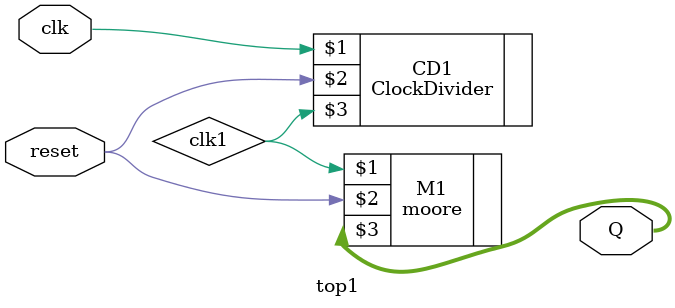
<source format=v>
module top1(clk,reset,Q);
    input clk,reset;
    output [3:0] Q;
    wire clk1;

    ClockDivider CD1(clk, reset, clk1);
    moore M1(clk1, reset, Q);

endmodule

</source>
